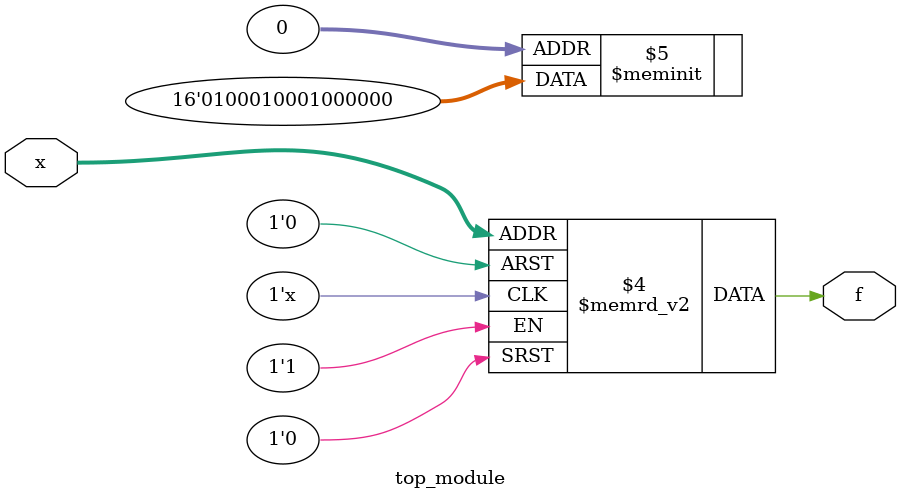
<source format=sv>
module top_module (
    input [4:1] x,
    output logic f
);

    always_comb begin
        case (x)
            // Defining f for valid inputs from the Karnaugh map
            4'b0001: f = 1'b0; // 01
            4'b0100: f = 1'b0; // 10
            4'b0110: f = 1'b1; // 11 (corrected from previous)
            4'b1010: f = 1'b1; // 11
            4'b1110: f = 1'b1; // 11
            4'b0000, 4'b0011, 4'b0101, 4'b0111, 4'b1001, 4'b1011, 4'b1100, 4'b1101, 4'b1111: f = 1'b0;
            default: f = 1'b0; // Handle don’t-cares default to 0 (previous line)
        endcase
    end

endmodule

</source>
